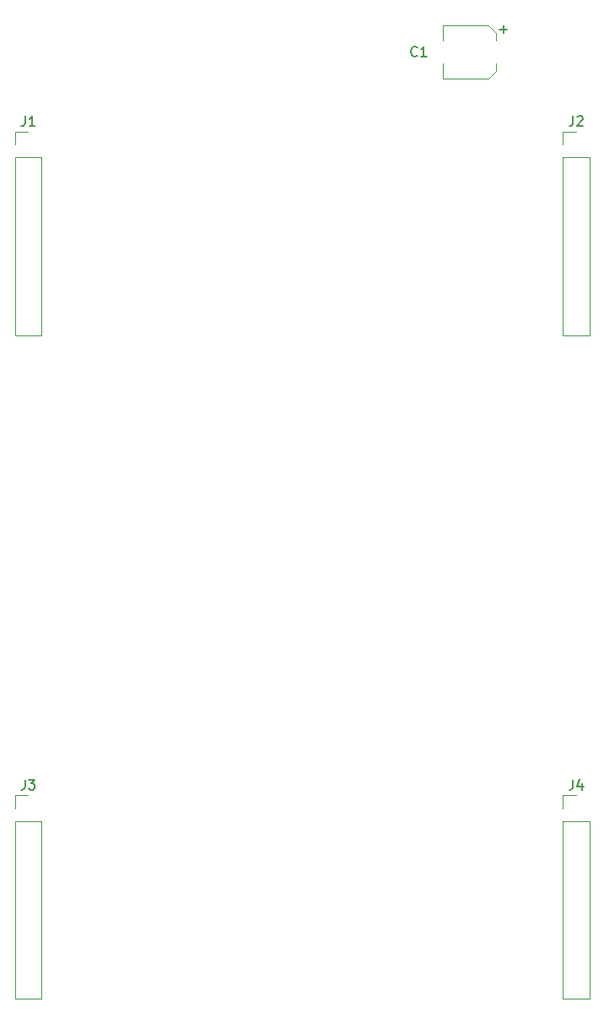
<source format=gbr>
G04 #@! TF.GenerationSoftware,KiCad,Pcbnew,(5.1.9)-1*
G04 #@! TF.CreationDate,2021-03-14T15:16:18+00:00*
G04 #@! TF.ProjectId,Retrospector_Controls,52657472-6f73-4706-9563-746f725f436f,rev?*
G04 #@! TF.SameCoordinates,Original*
G04 #@! TF.FileFunction,Legend,Top*
G04 #@! TF.FilePolarity,Positive*
%FSLAX46Y46*%
G04 Gerber Fmt 4.6, Leading zero omitted, Abs format (unit mm)*
G04 Created by KiCad (PCBNEW (5.1.9)-1) date 2021-03-14 15:16:18*
%MOMM*%
%LPD*%
G01*
G04 APERTURE LIST*
%ADD10C,0.120000*%
%ADD11C,0.150000*%
G04 APERTURE END LIST*
D10*
X148710000Y-51530000D02*
X144130000Y-51530000D01*
X149470000Y-52290000D02*
X148710000Y-51530000D01*
X148710000Y-56870000D02*
X149470000Y-56110000D01*
X144130000Y-56870000D02*
X148710000Y-56870000D01*
X149470000Y-56110000D02*
X149470000Y-55320000D01*
X149470000Y-52290000D02*
X149470000Y-53080000D01*
X144130000Y-56870000D02*
X144130000Y-55320000D01*
X144130000Y-51530000D02*
X144130000Y-53080000D01*
X156170000Y-128670000D02*
X157500000Y-128670000D01*
X156170000Y-130000000D02*
X156170000Y-128670000D01*
X158830000Y-131270000D02*
X156170000Y-131270000D01*
X158830000Y-149110000D02*
X158830000Y-131270000D01*
X156170000Y-149110000D02*
X158830000Y-149110000D01*
X156170000Y-131270000D02*
X156170000Y-149110000D01*
X156170000Y-62170000D02*
X157500000Y-62170000D01*
X156170000Y-63500000D02*
X156170000Y-62170000D01*
X158830000Y-64770000D02*
X156170000Y-64770000D01*
X158830000Y-82610000D02*
X158830000Y-64770000D01*
X156170000Y-82610000D02*
X158830000Y-82610000D01*
X156170000Y-64770000D02*
X156170000Y-82610000D01*
X101170000Y-128670000D02*
X102500000Y-128670000D01*
X101170000Y-130000000D02*
X101170000Y-128670000D01*
X103830000Y-131270000D02*
X101170000Y-131270000D01*
X103830000Y-149110000D02*
X103830000Y-131270000D01*
X101170000Y-149110000D02*
X103830000Y-149110000D01*
X101170000Y-131270000D02*
X101170000Y-149110000D01*
X101170000Y-62170000D02*
X102500000Y-62170000D01*
X101170000Y-63500000D02*
X101170000Y-62170000D01*
X103830000Y-64770000D02*
X101170000Y-64770000D01*
X103830000Y-82610000D02*
X103830000Y-64770000D01*
X101170000Y-82610000D02*
X103830000Y-82610000D01*
X101170000Y-64770000D02*
X101170000Y-82610000D01*
D11*
X141533333Y-54557142D02*
X141485714Y-54604761D01*
X141342857Y-54652380D01*
X141247619Y-54652380D01*
X141104761Y-54604761D01*
X141009523Y-54509523D01*
X140961904Y-54414285D01*
X140914285Y-54223809D01*
X140914285Y-54080952D01*
X140961904Y-53890476D01*
X141009523Y-53795238D01*
X141104761Y-53700000D01*
X141247619Y-53652380D01*
X141342857Y-53652380D01*
X141485714Y-53700000D01*
X141533333Y-53747619D01*
X142485714Y-54652380D02*
X141914285Y-54652380D01*
X142200000Y-54652380D02*
X142200000Y-53652380D01*
X142104761Y-53795238D01*
X142009523Y-53890476D01*
X141914285Y-53938095D01*
X149799047Y-51921428D02*
X150560952Y-51921428D01*
X150180000Y-52302380D02*
X150180000Y-51540476D01*
X157166666Y-127122380D02*
X157166666Y-127836666D01*
X157119047Y-127979523D01*
X157023809Y-128074761D01*
X156880952Y-128122380D01*
X156785714Y-128122380D01*
X158071428Y-127455714D02*
X158071428Y-128122380D01*
X157833333Y-127074761D02*
X157595238Y-127789047D01*
X158214285Y-127789047D01*
X157166666Y-60622380D02*
X157166666Y-61336666D01*
X157119047Y-61479523D01*
X157023809Y-61574761D01*
X156880952Y-61622380D01*
X156785714Y-61622380D01*
X157595238Y-60717619D02*
X157642857Y-60670000D01*
X157738095Y-60622380D01*
X157976190Y-60622380D01*
X158071428Y-60670000D01*
X158119047Y-60717619D01*
X158166666Y-60812857D01*
X158166666Y-60908095D01*
X158119047Y-61050952D01*
X157547619Y-61622380D01*
X158166666Y-61622380D01*
X102166666Y-127122380D02*
X102166666Y-127836666D01*
X102119047Y-127979523D01*
X102023809Y-128074761D01*
X101880952Y-128122380D01*
X101785714Y-128122380D01*
X102547619Y-127122380D02*
X103166666Y-127122380D01*
X102833333Y-127503333D01*
X102976190Y-127503333D01*
X103071428Y-127550952D01*
X103119047Y-127598571D01*
X103166666Y-127693809D01*
X103166666Y-127931904D01*
X103119047Y-128027142D01*
X103071428Y-128074761D01*
X102976190Y-128122380D01*
X102690476Y-128122380D01*
X102595238Y-128074761D01*
X102547619Y-128027142D01*
X102166666Y-60622380D02*
X102166666Y-61336666D01*
X102119047Y-61479523D01*
X102023809Y-61574761D01*
X101880952Y-61622380D01*
X101785714Y-61622380D01*
X103166666Y-61622380D02*
X102595238Y-61622380D01*
X102880952Y-61622380D02*
X102880952Y-60622380D01*
X102785714Y-60765238D01*
X102690476Y-60860476D01*
X102595238Y-60908095D01*
M02*

</source>
